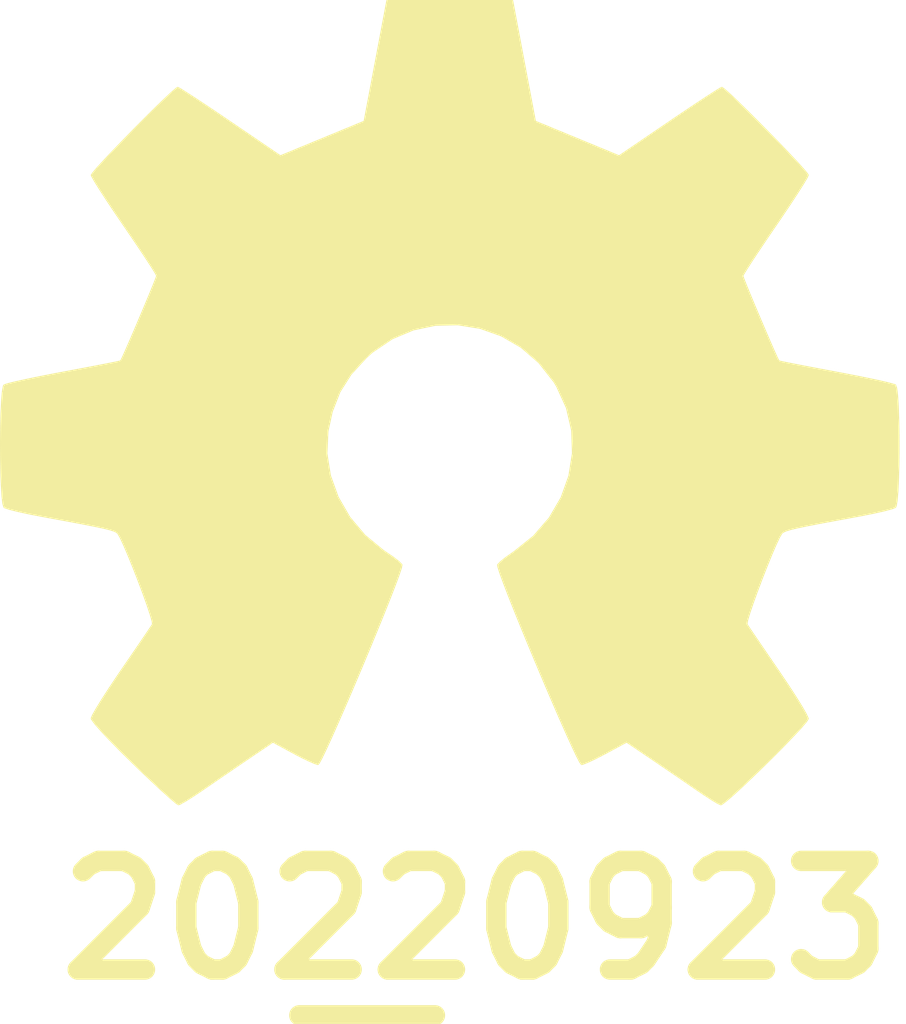
<source format=kicad_pcb>
(kicad_pcb (version 20211014) (generator pcbnew)
  (layers (0 "F.Cu" signal) (31 "B.Cu" signal) (34 "B.Paste" user) (35 "F.Paste" user) (36 "B.SilkS" user "B.Silkscreen") (37 "F.SilkS" user "F.Silkscreen") (38 "B.Mask" user) (39 "F.Mask" user) (44 "Edge.Cuts" user))
  (net 0 "")
  (footprint "SquantorLabels:Label_Generic" (layer "F.Cu") (at 138.1 91.5)
    (fp_text reference "N1" hide)
    (fp_text value "20220923" (at 0.8 -0.1) (layer "F.SilkS") (effects (font (size 0.8 0.8))))
    (fp_line (start -0.5 0.6) (end 0.5 0.6) (layer "F.SilkS") (width 0.15))
  )
  (footprint "Symbol:OSHW-Symbol_6.7x6mm_SilkScreen" (layer "F.Cu") (at 138.7 87.6)
    (fp_text reference "N2" hide)
    (fp_text value "OHWLOGO" hide)
    (fp_poly (pts (xy 0.555814 -2.531069) (xy 0.639635 -2.086445) (xy 0.94892 -1.958947) (xy 1.258206 -1.831449) (xy 1.629246 -2.083754) (xy 1.733157 -2.154004) (xy 1.827087 -2.216728) (xy 1.906652 -2.269062) (xy 1.96747 -2.308143) (xy 2.005157 -2.331107) (xy 2.015421 -2.336058) (xy 2.03391 -2.323324) (xy 2.07342 -2.288118) (xy 2.129522 -2.234938) (xy 2.197787 -2.168282) (xy 2.273786 -2.092646) (xy 2.353092 -2.012528) (xy 2.431275 -1.932426) (xy 2.503907 -1.856836) (xy 2.566559 -1.790255) (xy 2.614803 -1.737182) (xy 2.64421 -1.702113) (xy 2.651241 -1.690377) (xy 2.641123 -1.66874) (xy 2.612759 -1.621338) (xy 2.569129 -1.552807) (xy 2.513218 -1.467785) (xy 2.448006 -1.370907) (xy 2.410219 -1.31565) (xy 2.341343 -1.214752) (xy 2.28014 -1.123701) (xy 2.229578 -1.04703) (xy 2.192628 -0.989272) (xy 2.172258 -0.954957) (xy 2.169197 -0.947746) (xy 2.176136 -0.927252) (xy 2.195051 -0.879487) (xy 2.223087 -0.811168) (xy 2.257391 -0.729011) (xy 2.295109 -0.63973) (xy 2.333387 -0.550042) (xy 2.36937 -0.466662) (xy 2.400206 -0.396306) (xy 2.423039 -0.34569) (xy 2.435017 -0.321529) (xy 2.435724 -0.320578) (xy 2.454531 -0.315964) (xy 2.504618 -0.305672) (xy 2.580793 -0.290713) (xy 2.677865 -0.272099) (xy 2.790643 -0.250841) (xy 2.856442 -0.238582) (xy 2.97695 -0.215638) (xy 3.085797 -0.193805) (xy 3.177476 -0.174278) (xy 3.246481 -0.158252) (xy 3.287304 -0.146921) (xy 3.295511 -0.143326) (xy 3.303548 -0.118994) (xy 3.310033 -0.064041) (xy 3.31497 0.015108) (xy 3.318364 0.112026) (xy 3.320218 0.220287) (xy 3.320538 0.333465) (xy 3.319327 0.445135) (xy 3.31659 0.548868) (xy 3.312331 0.638241) (xy 3.306555 0.706826) (xy 3.299267 0.748197) (xy 3.294895 0.75681) (xy 3.268764 0.767133) (xy 3.213393 0.781892) (xy 3.136107 0.799352) (xy 3.04423 0.81778) (xy 3.012158 0.823741) (xy 2.857524 0.852066) (xy 2.735375 0.874876) (xy 2.641673 0.89308) (xy 2.572384 0.907583) (xy 2.523471 0.919292) (xy 2.490897 0.929115) (xy 2.470628 0.937956) (xy 2.458626 0.946724) (xy 2.456947 0.948457) (xy 2.440184 0.976371) (xy 2.414614 1.030695) (xy 2.382788 1.104777) (xy 2.34726 1.191965) (xy 2.310583 1.285608) (xy 2.275311 1.379052) (xy 2.243996 1.465647) (xy 2.219193 1.53874) (xy 2.203454 1.591678) (xy 2.199332 1.617811) (xy 2.199676 1.618726) (xy 2.213641 1.640086) (xy 2.245322 1.687084) (xy 2.291391 1.754827) (xy 2.348518 1.838423) (xy 2.413373 1.932982) (xy 2.431843 1.959854) (xy 2.497699 2.057275) (xy 2.55565 2.146163) (xy 2.602538 2.221412) (xy 2.635207 2.27792) (xy 2.6505 2.310581) (xy 2.651241 2.314593) (xy 2.638392 2.335684) (xy 2.602888 2.377464) (xy 2.549293 2.435445) (xy 2.482171 2.505135) (xy 2.406087 2.582045) (xy 2.325604 2.661683) (xy 2.245287 2.739561) (xy 2.169699 2.811186) (xy 2.103405 2.87207) (xy 2.050969 2.917721) (xy 2.016955 2.94365) (xy 2.007545 2.947883) (xy 1.985643 2.937912) (xy 1.9408 2.91102) (xy 1.880321 2.871736) (xy 1.833789 2.840117) (xy 1.749475 2.782098) (xy 1.649626 2.713784) (xy 1.549473 2.645579) (xy 1.495627 2.609075) (xy 1.313371 2.4858) (xy 1.160381 2.56852) (xy 1.090682 2.604759) (xy 1.031414 2.632926) (xy 0.991311 2.648991) (xy 0.981103 2.651226) (xy 0.968829 2.634722) (xy 0.944613 2.588082) (xy 0.910263 2.515609) (xy 0.867588 2.421606) (xy 0.818394 2.310374) (xy 0.76449 2.186215) (xy 0.707684 2.053432) (xy 0.649782 1.916327) (xy 0.592593 1.779202) (xy 0.537924 1.646358) (xy 0.487584 1.522098) (xy 0.44338 1.410725) (xy 0.407119 1.316539) (xy 0.380609 1.243844) (xy 0.365658 1.196941) (xy 0.363254 1.180833) (xy 0.382311 1.160286) (xy 0.424036 1.126933) (xy 0.479706 1.087702) (xy 0.484378 1.084599) (xy 0.628264 0.969423) (xy 0.744283 0.835053) (xy 0.83143 0.685784) (xy 0.888699 0.525913) (xy 0.915086 0.359737) (xy 0.909585 0.191552) (xy 0.87119 0.025655) (xy 0.798895 -0.133658) (xy 0.777626 -0.168513) (xy 0.666996 -0.309263) (xy 0.536302 -0.422286) (xy 0.390064 -0.506997) (xy 0.232808 -0.562806) (xy 0.069057 -0.589126) (xy -0.096667 -0.58537) (xy -0.259838 -0.55095) (xy -0.415935 -0.485277) (xy -0.560433 -0.387765) (xy -0.605131 -0.348187) (xy -0.718888 -0.224297) (xy -0.801782 -0.093876) (xy -0.858644 0.052315) (xy -0.890313 0.197088) (xy -0.898131 0.35986) (xy -0.872062 0.52344) (xy -0.814755 0.682298) (xy -0.728856 0.830906) (xy -0.617014 0.963735) (xy -0.481877 1.075256) (xy -0.464117 1.087011) (xy -0.40785 1.125508) (xy -0.365077 1.158863) (xy -0.344628 1.18016) (xy -0.344331 1.180833) (xy -0.348721 1.203871) (xy -0.366124 1.256157) (xy -0.394732 1.33339) (xy -0.432735 1.431268) (xy -0.478326 1.545491) (xy -0.529697 1.671758) (xy -0.585038 1.805767) (xy -0.642542 1.943218) (xy -0.700399 2.079808) (xy -0.756802 2.211237) (xy -0.809942 2.333205) (xy -0.85801 2.441409) (xy -0.899199 2.531549) (xy -0.931699 2.599323) (xy -0.953703 2.64043) (xy -0.962564 2.651226) (xy -0.98964 2.642819) (xy -1.040303 2.620272) (xy -1.105817 2.587613) (xy -1.141841 2.56852) (xy -1.294832 2.4858) (xy -1.477088 2.609075) (xy -1.570125 2.672228) (xy -1.671985 2.741727) (xy -1.767438 2.807165) (xy -1.81525 2.840117) (xy -1.882495 2.885273) (xy -1.939436 2.921057) (xy -1.978646 2.942938) (xy -1.991381 2.947563) (xy -2.009917 2.935085) (xy -2.050941 2.900252) (xy -2.110475 2.846678) (xy -2.184542 2.777983) (xy -2.269165 2.697781) (xy -2.322685 2.646286) (xy -2.416319 2.554286) (xy -2.497241 2.471999) (xy -2.562177 2.402945) (xy -2.607858 2.350644) (xy -2.631011 2.318616) (xy -2.633232 2.312116) (xy -2.622924 2.287394) (xy -2.594439 2.237405) (xy -2.550937 2.167212) (xy -2.495577 2.081875) (xy -2.43152 1.986456) (xy -2.413303 1.959854) (xy -2.346927 1.863167) (xy -2.287378 1.776117) (xy -2.237984 1.703595) (xy -2.202075 1.650493) (xy -2.182981 1.621703) (xy -2.181136 1.618726) (xy -2.183895 1.595782) (xy -2.198538 1.545336) (xy -2.222513 1.474041) (xy -2.253266 1.388547) (xy -2.288244 1.295507) (xy -2.324893 1.201574) (xy -2.360661 1.113399) (xy -2.392994 1.037634) (xy -2.419338 0.980931) (xy -2.437142 0.949943) (xy -2.438407 0.948457) (xy -2.449294 0.939601) (xy -2.467682 0.930843) (xy -2.497606 0.921277) (xy -2.543103 0.909996) (xy -2.608209 0.896093) (xy -2.696961 0.878663) (xy -2.813393 0.856798) (xy -2.961542 0.829591) (xy -2.993618 0.823741) (xy -3.088686 0.805374) (xy -3.171565 0.787405) (xy -3.23493 0.771569) (xy -3.271458 0.7596) (xy -3.276356 0.75681) (xy -3.284427 0.732072) (xy -3.290987 0.67679) (xy -3.296033 0.597389) (xy -3.299559 0.500296) (xy -3.301561 0.391938) (xy -3.302036 0.27874) (xy -3.300977 0.167128) (xy -3.298382 0.063529) (xy -3.294246 -0.025632) (xy -3.288563 -0.093928) (xy -3.281331 -0.134934) (xy -3.276971 -0.143326) (xy -3.252698 -0.151792) (xy -3.197426 -0.165565) (xy -3.116662 -0.18345) (xy -3.015912 -0.204252) (xy -2.900683 -0.226777) (xy -2.837902 -0.238582) (xy -2.718787 -0.260849) (xy -2.612565 -0.281021) (xy -2.524427 -0.298085) (xy -2.459566 -0.311031) (xy -2.423174 -0.318845) (xy -2.417184 -0.320578) (xy -2.407061 -0.34011) (xy -2.385662 -0.387157) (xy -2.355839 -0.454997) (xy -2.320445 -0.536909) (xy -2.282332 -0.626172) (xy -2.244353 -0.716065) (xy -2.20936 -0.799865) (xy -2.180206 -0.870853) (xy -2.159743 -0.922306) (xy -2.150823 -0.947503) (xy -2.150657 -0.948604) (xy -2.160769 -0.968481) (xy -2.189117 -1.014223) (xy -2.232723 -1.081283) (xy -2.288606 -1.165116) (xy -2.353787 -1.261174) (xy -2.391679 -1.31635) (xy -2.460725 -1.417519) (xy -2.52205 -1.50937) (xy -2.572663 -1.587256) (xy -2.609571 -1.646531) (xy -2.629782 -1.682549) (xy -2.632701 -1.690623) (xy -2.620153 -1.709416) (xy -2.585463 -1.749543) (xy -2.533063 -1.806507) (xy -2.467384 -1.875815) (xy -2.392856 -1.952969) (xy -2.313913 -2.033475) (xy -2.234983 -2.112837) (xy -2.1605 -2.18656) (xy -2.094894 -2.250148) (xy -2.042596 -2.299106) (xy -2.008039 -2.328939) (xy -1.996478 -2.336058) (xy -1.977654 -2.326047) (xy -1.932631 -2.297922) (xy -1.865787 -2.254546) (xy -1.781499 -2.198782) (xy -1.684144 -2.133494) (xy -1.610707 -2.083754) (xy -1.239667 -1.831449) (xy -0.621095 -2.086445) (xy -0.537275 -2.531069) (xy -0.453454 -2.975693) (xy 0.471994 -2.975693) (xy 0.555814 -2.531069)) (layer "F.SilkS") (width 0.01) (fill solid))
  )
)
</source>
